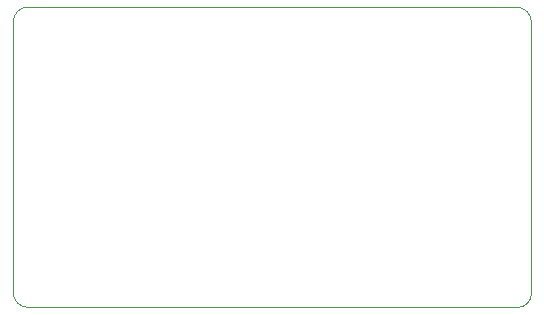
<source format=gbr>
%TF.GenerationSoftware,Altium Limited,DefaultClient, ()*%
G04 Layer_Color=0*
%FSLAX26Y26*%
%MOIN*%
%TF.SameCoordinates,6A039D1A-918F-4F28-B2A4-8CF1FEB5A529*%
%TF.FilePolarity,Positive*%
%TF.FileFunction,Profile,NP*%
%TF.Part,Single*%
G01*
G75*
%TA.AperFunction,Profile*%
%ADD44C,0.001000*%
D44*
X-807284Y-500984D02*
X825787D01*
D02*
G03*
X870079Y-456693I0J44291D01*
G01*
Y450000D01*
D02*
G03*
X820079Y500000I-50000J0D01*
G01*
X-807284D01*
D02*
G03*
X-857284Y450000I0J-50000D01*
G01*
Y-450984D01*
D02*
G03*
X-807284Y-500984I50000J0D01*
G01*
%TF.MD5,dd4632baf03319a30e4dd07558eca5f6*%
M02*

</source>
